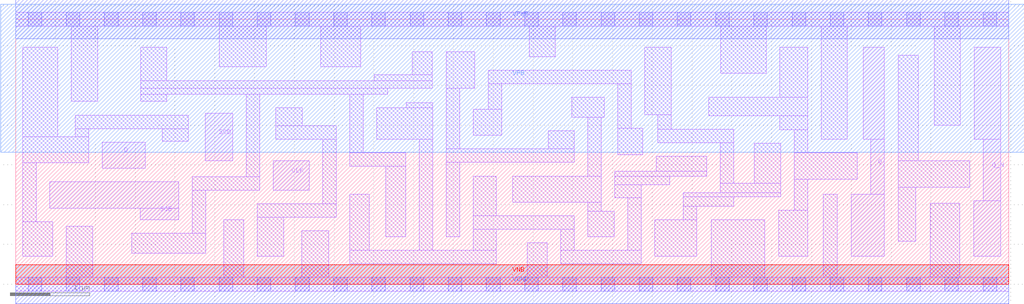
<source format=lef>
# Copyright 2020 The SkyWater PDK Authors
#
# Licensed under the Apache License, Version 2.0 (the "License");
# you may not use this file except in compliance with the License.
# You may obtain a copy of the License at
#
#     https://www.apache.org/licenses/LICENSE-2.0
#
# Unless required by applicable law or agreed to in writing, software
# distributed under the License is distributed on an "AS IS" BASIS,
# WITHOUT WARRANTIES OR CONDITIONS OF ANY KIND, either express or implied.
# See the License for the specific language governing permissions and
# limitations under the License.
#
# SPDX-License-Identifier: Apache-2.0

VERSION 5.7 ;
  NOWIREEXTENSIONATPIN ON ;
  DIVIDERCHAR "/" ;
  BUSBITCHARS "[]" ;
MACRO sky130_fd_sc_ls__sdfxbp_1
  CLASS CORE ;
  FOREIGN sky130_fd_sc_ls__sdfxbp_1 ;
  ORIGIN  0.000000  0.000000 ;
  SIZE  12.48000 BY  3.330000 ;
  SYMMETRY X Y ;
  SITE unit ;
  PIN D
    ANTENNAGATEAREA  0.159000 ;
    DIRECTION INPUT ;
    USE SIGNAL ;
    PORT
      LAYER li1 ;
        RECT 1.085000 1.455000 1.630000 1.785000 ;
    END
  END D
  PIN Q
    ANTENNADIFFAREA  0.518900 ;
    DIRECTION OUTPUT ;
    USE SIGNAL ;
    PORT
      LAYER li1 ;
        RECT 10.500000 0.350000 10.915000 1.130000 ;
        RECT 10.650000 1.820000 10.915000 2.980000 ;
        RECT 10.745000 1.130000 10.915000 1.820000 ;
    END
  END Q
  PIN Q_N
    ANTENNADIFFAREA  0.530100 ;
    DIRECTION OUTPUT ;
    USE SIGNAL ;
    PORT
      LAYER li1 ;
        RECT 12.035000 0.350000 12.375000 1.050000 ;
        RECT 12.045000 1.820000 12.375000 2.980000 ;
        RECT 12.155000 1.050000 12.375000 1.820000 ;
    END
  END Q_N
  PIN SCD
    ANTENNAGATEAREA  0.159000 ;
    DIRECTION INPUT ;
    USE SIGNAL ;
    PORT
      LAYER li1 ;
        RECT 2.380000 1.550000 2.725000 2.150000 ;
    END
  END SCD
  PIN SCE
    ANTENNAGATEAREA  0.318000 ;
    DIRECTION INPUT ;
    USE SIGNAL ;
    PORT
      LAYER li1 ;
        RECT 0.425000 0.955000 2.050000 1.285000 ;
        RECT 1.565000 0.810000 2.050000 0.955000 ;
    END
  END SCE
  PIN VNB
    PORT
      LAYER pwell ;
        RECT 0.000000 0.000000 12.480000 0.245000 ;
    END
  END VNB
  PIN VPB
    PORT
      LAYER nwell ;
        RECT -0.190000 1.660000 12.670000 3.520000 ;
    END
  END VPB
  PIN CLK
    ANTENNAGATEAREA  0.279000 ;
    DIRECTION INPUT ;
    USE CLOCK ;
    PORT
      LAYER li1 ;
        RECT 3.235000 1.180000 3.685000 1.550000 ;
    END
  END CLK
  PIN VGND
    DIRECTION INOUT ;
    SHAPE ABUTMENT ;
    USE GROUND ;
    PORT
      LAYER met1 ;
        RECT 0.000000 -0.245000 12.480000 0.245000 ;
    END
  END VGND
  PIN VPWR
    DIRECTION INOUT ;
    SHAPE ABUTMENT ;
    USE POWER ;
    PORT
      LAYER met1 ;
        RECT 0.000000 3.085000 12.480000 3.575000 ;
    END
  END VPWR
  OBS
    LAYER li1 ;
      RECT  0.000000 -0.085000 12.480000 0.085000 ;
      RECT  0.000000  3.245000 12.480000 3.415000 ;
      RECT  0.085000  0.350000  0.465000 0.785000 ;
      RECT  0.085000  0.785000  0.255000 1.525000 ;
      RECT  0.085000  1.525000  0.915000 1.855000 ;
      RECT  0.085000  1.855000  0.530000 2.980000 ;
      RECT  0.635000  0.085000  0.965000 0.730000 ;
      RECT  0.700000  2.300000  1.030000 3.245000 ;
      RECT  0.745000  1.855000  0.915000 1.955000 ;
      RECT  0.745000  1.955000  2.170000 2.125000 ;
      RECT  1.455000  0.390000  2.390000 0.640000 ;
      RECT  1.570000  2.300000  1.900000 2.390000 ;
      RECT  1.570000  2.390000  4.675000 2.460000 ;
      RECT  1.570000  2.460000  5.235000 2.560000 ;
      RECT  1.570000  2.560000  1.900000 2.980000 ;
      RECT  1.840000  1.795000  2.170000 1.955000 ;
      RECT  2.220000  0.640000  2.390000 1.180000 ;
      RECT  2.220000  1.180000  3.065000 1.350000 ;
      RECT  2.560000  2.730000  3.150000 3.245000 ;
      RECT  2.615000  0.085000  2.865000 0.810000 ;
      RECT  2.895000  1.350000  3.065000 2.390000 ;
      RECT  3.035000  0.350000  3.365000 0.840000 ;
      RECT  3.035000  0.840000  4.025000 1.010000 ;
      RECT  3.270000  1.820000  4.025000 1.990000 ;
      RECT  3.270000  1.990000  3.600000 2.220000 ;
      RECT  3.595000  0.085000  3.935000 0.670000 ;
      RECT  3.830000  2.730000  4.335000 3.245000 ;
      RECT  3.855000  1.010000  4.025000 1.820000 ;
      RECT  4.195000  0.255000  6.035000 0.425000 ;
      RECT  4.195000  0.425000  4.445000 1.130000 ;
      RECT  4.195000  1.480000  4.900000 1.650000 ;
      RECT  4.195000  1.650000  4.365000 2.390000 ;
      RECT  4.505000  2.560000  5.235000 2.630000 ;
      RECT  4.535000  1.820000  5.240000 2.220000 ;
      RECT  4.650000  0.595000  4.900000 1.480000 ;
      RECT  4.910000  2.220000  5.240000 2.280000 ;
      RECT  4.985000  2.630000  5.235000 2.920000 ;
      RECT  5.070000  0.425000  5.240000 1.820000 ;
      RECT  5.410000  0.595000  5.580000 1.530000 ;
      RECT  5.410000  1.530000  7.020000 1.700000 ;
      RECT  5.410000  1.700000  5.580000 2.460000 ;
      RECT  5.410000  2.460000  5.765000 2.920000 ;
      RECT  5.750000  0.425000  6.035000 0.690000 ;
      RECT  5.750000  0.690000  7.020000 0.860000 ;
      RECT  5.750000  0.860000  6.035000 1.360000 ;
      RECT  5.750000  1.870000  6.105000 2.200000 ;
      RECT  5.935000  2.200000  6.105000 2.520000 ;
      RECT  5.935000  2.520000  7.735000 2.690000 ;
      RECT  6.245000  1.030000  7.360000 1.360000 ;
      RECT  6.430000  0.085000  6.680000 0.520000 ;
      RECT  6.450000  2.860000  6.780000 3.245000 ;
      RECT  6.690000  1.700000  7.020000 1.930000 ;
      RECT  6.850000  0.255000  7.860000 0.425000 ;
      RECT  6.850000  0.425000  7.020000 0.690000 ;
      RECT  6.985000  2.100000  7.395000 2.350000 ;
      RECT  7.190000  0.595000  7.520000 0.920000 ;
      RECT  7.190000  0.920000  7.360000 1.030000 ;
      RECT  7.190000  1.360000  7.360000 2.100000 ;
      RECT  7.530000  1.090000  7.860000 1.250000 ;
      RECT  7.530000  1.250000  8.220000 1.355000 ;
      RECT  7.530000  1.355000  8.680000 1.420000 ;
      RECT  7.565000  1.630000  7.880000 1.960000 ;
      RECT  7.565000  1.960000  7.735000 2.520000 ;
      RECT  7.690000  0.425000  7.860000 1.090000 ;
      RECT  7.905000  2.130000  8.235000 2.980000 ;
      RECT  8.030000  0.350000  8.560000 0.810000 ;
      RECT  8.050000  1.420000  8.680000 1.610000 ;
      RECT  8.065000  1.780000  9.020000 1.950000 ;
      RECT  8.065000  1.950000  8.235000 2.130000 ;
      RECT  8.390000  0.810000  8.560000 0.980000 ;
      RECT  8.390000  0.980000  9.020000 1.100000 ;
      RECT  8.390000  1.100000  9.610000 1.150000 ;
      RECT  8.710000  2.120000  9.950000 2.350000 ;
      RECT  8.740000  0.085000  9.410000 0.810000 ;
      RECT  8.850000  1.150000  9.610000 1.270000 ;
      RECT  8.850000  1.270000  9.020000 1.780000 ;
      RECT  8.860000  2.650000  9.430000 3.245000 ;
      RECT  9.280000  1.270000  9.610000 1.770000 ;
      RECT  9.590000  0.350000  9.950000 0.930000 ;
      RECT  9.600000  1.940000  9.950000 2.120000 ;
      RECT  9.600000  2.350000  9.950000 2.980000 ;
      RECT  9.780000  0.930000  9.950000 1.320000 ;
      RECT  9.780000  1.320000 10.575000 1.650000 ;
      RECT  9.780000  1.650000  9.950000 1.940000 ;
      RECT 10.120000  1.820000 10.450000 3.245000 ;
      RECT 10.150000  0.085000 10.320000 1.130000 ;
      RECT 11.090000  0.540000 11.310000 1.220000 ;
      RECT 11.090000  1.220000 11.985000 1.550000 ;
      RECT 11.090000  1.550000 11.340000 2.875000 ;
      RECT 11.490000  0.085000 11.865000 1.020000 ;
      RECT 11.540000  1.995000 11.870000 3.245000 ;
    LAYER mcon ;
      RECT  0.155000 -0.085000  0.325000 0.085000 ;
      RECT  0.155000  3.245000  0.325000 3.415000 ;
      RECT  0.635000 -0.085000  0.805000 0.085000 ;
      RECT  0.635000  3.245000  0.805000 3.415000 ;
      RECT  1.115000 -0.085000  1.285000 0.085000 ;
      RECT  1.115000  3.245000  1.285000 3.415000 ;
      RECT  1.595000 -0.085000  1.765000 0.085000 ;
      RECT  1.595000  3.245000  1.765000 3.415000 ;
      RECT  2.075000 -0.085000  2.245000 0.085000 ;
      RECT  2.075000  3.245000  2.245000 3.415000 ;
      RECT  2.555000 -0.085000  2.725000 0.085000 ;
      RECT  2.555000  3.245000  2.725000 3.415000 ;
      RECT  3.035000 -0.085000  3.205000 0.085000 ;
      RECT  3.035000  3.245000  3.205000 3.415000 ;
      RECT  3.515000 -0.085000  3.685000 0.085000 ;
      RECT  3.515000  3.245000  3.685000 3.415000 ;
      RECT  3.995000 -0.085000  4.165000 0.085000 ;
      RECT  3.995000  3.245000  4.165000 3.415000 ;
      RECT  4.475000 -0.085000  4.645000 0.085000 ;
      RECT  4.475000  3.245000  4.645000 3.415000 ;
      RECT  4.955000 -0.085000  5.125000 0.085000 ;
      RECT  4.955000  3.245000  5.125000 3.415000 ;
      RECT  5.435000 -0.085000  5.605000 0.085000 ;
      RECT  5.435000  3.245000  5.605000 3.415000 ;
      RECT  5.915000 -0.085000  6.085000 0.085000 ;
      RECT  5.915000  3.245000  6.085000 3.415000 ;
      RECT  6.395000 -0.085000  6.565000 0.085000 ;
      RECT  6.395000  3.245000  6.565000 3.415000 ;
      RECT  6.875000 -0.085000  7.045000 0.085000 ;
      RECT  6.875000  3.245000  7.045000 3.415000 ;
      RECT  7.355000 -0.085000  7.525000 0.085000 ;
      RECT  7.355000  3.245000  7.525000 3.415000 ;
      RECT  7.835000 -0.085000  8.005000 0.085000 ;
      RECT  7.835000  3.245000  8.005000 3.415000 ;
      RECT  8.315000 -0.085000  8.485000 0.085000 ;
      RECT  8.315000  3.245000  8.485000 3.415000 ;
      RECT  8.795000 -0.085000  8.965000 0.085000 ;
      RECT  8.795000  3.245000  8.965000 3.415000 ;
      RECT  9.275000 -0.085000  9.445000 0.085000 ;
      RECT  9.275000  3.245000  9.445000 3.415000 ;
      RECT  9.755000 -0.085000  9.925000 0.085000 ;
      RECT  9.755000  3.245000  9.925000 3.415000 ;
      RECT 10.235000 -0.085000 10.405000 0.085000 ;
      RECT 10.235000  3.245000 10.405000 3.415000 ;
      RECT 10.715000 -0.085000 10.885000 0.085000 ;
      RECT 10.715000  3.245000 10.885000 3.415000 ;
      RECT 11.195000 -0.085000 11.365000 0.085000 ;
      RECT 11.195000  3.245000 11.365000 3.415000 ;
      RECT 11.675000 -0.085000 11.845000 0.085000 ;
      RECT 11.675000  3.245000 11.845000 3.415000 ;
      RECT 12.155000 -0.085000 12.325000 0.085000 ;
      RECT 12.155000  3.245000 12.325000 3.415000 ;
  END
END sky130_fd_sc_ls__sdfxbp_1
END LIBRARY

</source>
